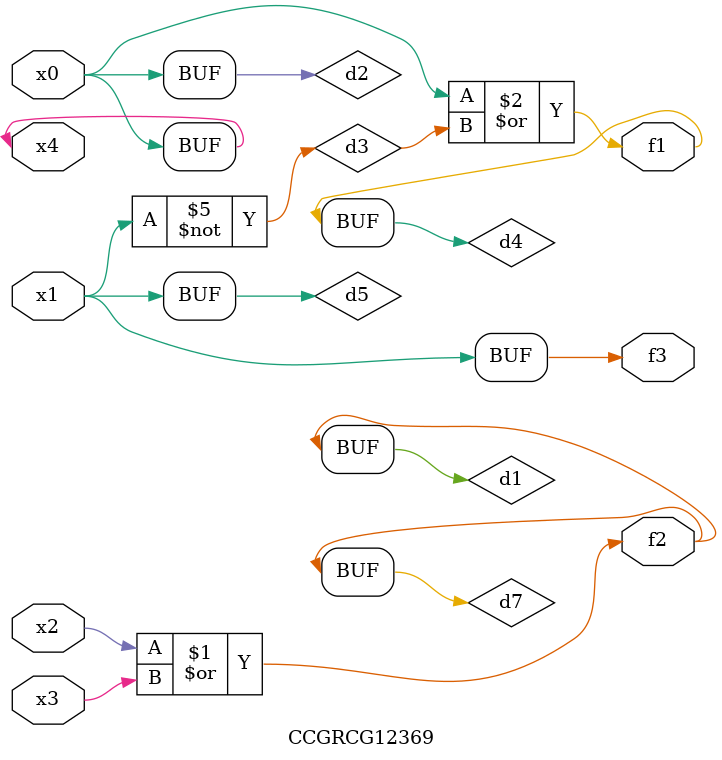
<source format=v>
module CCGRCG12369(
	input x0, x1, x2, x3, x4,
	output f1, f2, f3
);

	wire d1, d2, d3, d4, d5, d6, d7;

	or (d1, x2, x3);
	buf (d2, x0, x4);
	not (d3, x1);
	or (d4, d2, d3);
	not (d5, d3);
	nand (d6, d1, d3);
	or (d7, d1);
	assign f1 = d4;
	assign f2 = d7;
	assign f3 = d5;
endmodule

</source>
